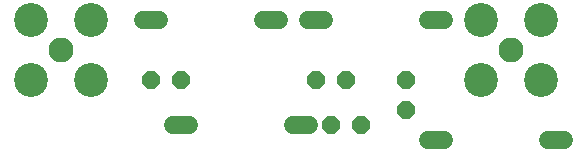
<source format=gbr>
G04 EAGLE Gerber RS-274X export*
G75*
%MOMM*%
%FSLAX34Y34*%
%LPD*%
%INSoldermask Top*%
%IPPOS*%
%AMOC8*
5,1,8,0,0,1.08239X$1,22.5*%
G01*
%ADD10C,2.108200*%
%ADD11C,2.870200*%
%ADD12C,1.524000*%
%ADD13P,1.649562X8X22.500000*%
%ADD14P,1.649562X8X292.500000*%


D10*
X469900Y914400D03*
D11*
X444401Y888901D03*
X495399Y888901D03*
X495399Y939899D03*
X444401Y939899D03*
D10*
X88900Y914400D03*
D11*
X114399Y939899D03*
X63401Y939899D03*
X63401Y888901D03*
X114399Y888901D03*
D12*
X158496Y939800D02*
X171704Y939800D01*
X260096Y939800D02*
X273304Y939800D01*
X298196Y939800D02*
X311404Y939800D01*
X399796Y939800D02*
X413004Y939800D01*
X298704Y850900D02*
X285496Y850900D01*
X197104Y850900D02*
X183896Y850900D01*
X399796Y838200D02*
X413004Y838200D01*
X501396Y838200D02*
X514604Y838200D01*
D13*
X165100Y889000D03*
X190500Y889000D03*
X304800Y889000D03*
X330200Y889000D03*
X317500Y850900D03*
X342900Y850900D03*
D14*
X381000Y889000D03*
X381000Y863600D03*
M02*

</source>
